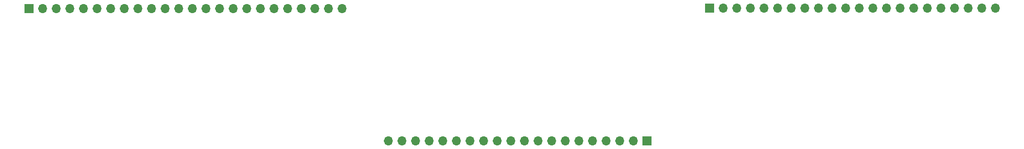
<source format=gbr>
%TF.GenerationSoftware,KiCad,Pcbnew,(6.0.0-0)*%
%TF.CreationDate,2022-01-11T21:33:17-05:00*%
%TF.ProjectId,gpr-controller-combined,6770722d-636f-46e7-9472-6f6c6c65722d,rev?*%
%TF.SameCoordinates,Original*%
%TF.FileFunction,Soldermask,Bot*%
%TF.FilePolarity,Negative*%
%FSLAX46Y46*%
G04 Gerber Fmt 4.6, Leading zero omitted, Abs format (unit mm)*
G04 Created by KiCad (PCBNEW (6.0.0-0)) date 2022-01-11 21:33:17*
%MOMM*%
%LPD*%
G01*
G04 APERTURE LIST*
%ADD10R,1.700000X1.700000*%
%ADD11O,1.700000X1.700000*%
G04 APERTURE END LIST*
D10*
%TO.C,J1*%
X165100000Y-72136000D03*
D11*
X162560000Y-72136000D03*
X160020000Y-72136000D03*
X157480000Y-72136000D03*
X154940000Y-72136000D03*
X152400000Y-72136000D03*
X149860000Y-72136000D03*
X147320000Y-72136000D03*
X144780000Y-72136000D03*
X142240000Y-72136000D03*
X139700000Y-72136000D03*
X137160000Y-72136000D03*
X134620000Y-72136000D03*
X132080000Y-72136000D03*
X129540000Y-72136000D03*
X127000000Y-72136000D03*
X124460000Y-72136000D03*
X121920000Y-72136000D03*
X119380000Y-72136000D03*
X116840000Y-72136000D03*
%TD*%
D10*
%TO.C,J2*%
X49784000Y-47317000D03*
D11*
X52324000Y-47317000D03*
X54864000Y-47317000D03*
X57404000Y-47317000D03*
X59944000Y-47317000D03*
X62484000Y-47317000D03*
X65024000Y-47317000D03*
X67564000Y-47317000D03*
X70104000Y-47317000D03*
X72644000Y-47317000D03*
X75184000Y-47317000D03*
X77724000Y-47317000D03*
X80264000Y-47317000D03*
X82804000Y-47317000D03*
X85344000Y-47317000D03*
X87884000Y-47317000D03*
X90424000Y-47317000D03*
X92964000Y-47317000D03*
X95504000Y-47317000D03*
X98044000Y-47317000D03*
X100584000Y-47317000D03*
X103124000Y-47317000D03*
X105664000Y-47317000D03*
X108204000Y-47317000D03*
%TD*%
D10*
%TO.C,J3*%
X176779000Y-47244000D03*
D11*
X179319000Y-47244000D03*
X181859000Y-47244000D03*
X184399000Y-47244000D03*
X186939000Y-47244000D03*
X189479000Y-47244000D03*
X192019000Y-47244000D03*
X194559000Y-47244000D03*
X197099000Y-47244000D03*
X199639000Y-47244000D03*
X202179000Y-47244000D03*
X204719000Y-47244000D03*
X207259000Y-47244000D03*
X209799000Y-47244000D03*
X212339000Y-47244000D03*
X214879000Y-47244000D03*
X217419000Y-47244000D03*
X219959000Y-47244000D03*
X222499000Y-47244000D03*
X225039000Y-47244000D03*
X227579000Y-47244000D03*
X230119000Y-47244000D03*
%TD*%
M02*

</source>
